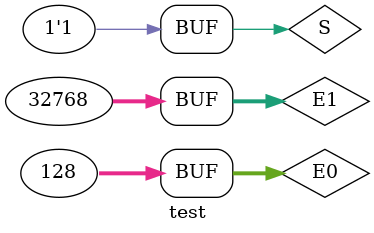
<source format=v>
module Mux_E (output reg [31:0] Out_E, input [31:0] In_E0, In_E1, input S_E);
    always @ (S_E)
    begin
        case (S_E)
        1'b0:  Out_E = In_E0;
        1'b1:  Out_E = In_E1;
        endcase
    end
endmodule

module test;
    reg [31:0] E0, E1;
    reg S;
    wire [31:0] Y;
    Mux_E multiplexer (Y, E0, E1, S);
    initial begin
        E0 = 32'b00000000000000000000000010000000;
        E1 = 32'b00000000000000001000000000000000;
        S = 1'b1;
    end
    initial begin
        $display (" S   Y ");
        $monitor (" %b %d ", S, Y);
    end
endmodule
</source>
